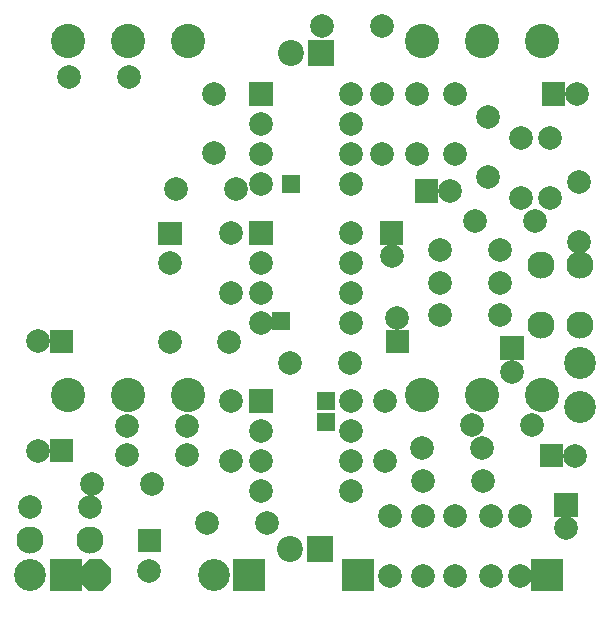
<source format=gbs>
%FSLAX34Y34*%
%MOMM*%
%LNSOLDERMASK_BOTTOM*%
G71*
G01*
%ADD10C, 2.900*%
%ADD11C, 2.200*%
%ADD12C, 2.000*%
%ADD13C, 2.700*%
%ADD14C, 2.300*%
%ADD15R, 1.600X1.600*%
%LPD*%
X451000Y470000D02*
G54D10*
D03*
X400200Y470000D02*
G54D10*
D03*
X349400Y470000D02*
G54D10*
D03*
X150962Y470000D02*
G54D10*
D03*
X100162Y470000D02*
G54D10*
D03*
X49362Y470000D02*
G54D10*
D03*
X451000Y169962D02*
G54D10*
D03*
X400200Y169963D02*
G54D10*
D03*
X349400Y169962D02*
G54D10*
D03*
X150962Y169962D02*
G54D10*
D03*
X100162Y169963D02*
G54D10*
D03*
X49362Y169962D02*
G54D10*
D03*
X237281Y40050D02*
G54D11*
D03*
G36*
X273681Y29050D02*
X251681Y29050D01*
X251681Y51050D01*
X273681Y51050D01*
X273681Y29050D01*
G37*
X237778Y460000D02*
G54D11*
D03*
G36*
X274178Y449000D02*
X252178Y449000D01*
X252178Y471000D01*
X274178Y471000D01*
X274178Y449000D01*
G37*
G36*
X202500Y175000D02*
X222500Y175000D01*
X222500Y155000D01*
X202500Y155000D01*
X202500Y175000D01*
G37*
X212500Y139600D02*
G54D12*
D03*
X212500Y114200D02*
G54D12*
D03*
X212500Y88800D02*
G54D12*
D03*
X288700Y165000D02*
G54D12*
D03*
X288700Y139600D02*
G54D12*
D03*
X288700Y114200D02*
G54D12*
D03*
X288700Y88800D02*
G54D12*
D03*
X187638Y114400D02*
G54D12*
D03*
X187638Y165200D02*
G54D12*
D03*
G36*
X202500Y317500D02*
X222500Y317500D01*
X222500Y297500D01*
X202500Y297500D01*
X202500Y317500D01*
G37*
X212500Y282100D02*
G54D12*
D03*
X212500Y256700D02*
G54D12*
D03*
X212500Y231300D02*
G54D12*
D03*
X288700Y307500D02*
G54D12*
D03*
X288700Y282100D02*
G54D12*
D03*
X288700Y256700D02*
G54D12*
D03*
X288700Y231300D02*
G54D12*
D03*
G36*
X202500Y435000D02*
X222500Y435000D01*
X222500Y415000D01*
X202500Y415000D01*
X202500Y435000D01*
G37*
X212500Y399600D02*
G54D12*
D03*
X212500Y374200D02*
G54D12*
D03*
X212500Y348800D02*
G54D12*
D03*
X288700Y425000D02*
G54D12*
D03*
X288700Y399600D02*
G54D12*
D03*
X288700Y374200D02*
G54D12*
D03*
X288700Y348800D02*
G54D12*
D03*
X17500Y17500D02*
G54D13*
D03*
G36*
X34000Y31000D02*
X61000Y31000D01*
X61000Y4000D01*
X34000Y4000D01*
X34000Y31000D01*
G37*
X68300Y47500D02*
G54D14*
D03*
X17500Y47500D02*
G54D14*
D03*
X172500Y17500D02*
G54D13*
D03*
G36*
X189000Y31000D02*
X216000Y31000D01*
X216000Y4000D01*
X189000Y4000D01*
X189000Y31000D01*
G37*
X217842Y61518D02*
G54D12*
D03*
X167042Y61518D02*
G54D12*
D03*
X150342Y144018D02*
G54D12*
D03*
X99542Y144018D02*
G54D12*
D03*
X150342Y119018D02*
G54D12*
D03*
X99542Y119018D02*
G54D12*
D03*
X237237Y197300D02*
G54D12*
D03*
X288038Y197300D02*
G54D12*
D03*
X349738Y97300D02*
G54D12*
D03*
X400538Y97300D02*
G54D12*
D03*
X118150Y21488D02*
G54D12*
D03*
G36*
X108150Y36888D02*
X108150Y56888D01*
X128150Y56888D01*
X128150Y36888D01*
X108150Y36888D01*
G37*
G36*
X281500Y31000D02*
X308500Y31000D01*
X308500Y4000D01*
X281500Y4000D01*
X281500Y31000D01*
G37*
X317638Y114400D02*
G54D12*
D03*
X317638Y165200D02*
G54D12*
D03*
X67500Y75000D02*
G54D12*
D03*
X16700Y75000D02*
G54D12*
D03*
X120000Y95000D02*
G54D12*
D03*
X69200Y95000D02*
G54D12*
D03*
X349670Y17180D02*
G54D12*
D03*
X349670Y67980D02*
G54D12*
D03*
X322170Y17180D02*
G54D12*
D03*
X322170Y67980D02*
G54D12*
D03*
X377170Y17180D02*
G54D12*
D03*
X377170Y67980D02*
G54D12*
D03*
X400000Y125000D02*
G54D12*
D03*
X349200Y125000D02*
G54D12*
D03*
G36*
X441500Y31000D02*
X468500Y31000D01*
X468500Y4000D01*
X441500Y4000D01*
X441500Y31000D01*
G37*
X407170Y17180D02*
G54D12*
D03*
X407170Y67980D02*
G54D12*
D03*
X432170Y17180D02*
G54D12*
D03*
X432170Y67980D02*
G54D12*
D03*
X135650Y281488D02*
G54D12*
D03*
G36*
X125650Y296888D02*
X125650Y316888D01*
X145650Y316888D01*
X145650Y296888D01*
X125650Y296888D01*
G37*
X187638Y307701D02*
G54D12*
D03*
X187638Y256901D02*
G54D12*
D03*
X185400Y214638D02*
G54D12*
D03*
X135400Y214638D02*
G54D12*
D03*
X482500Y280000D02*
G54D14*
D03*
X482500Y229200D02*
G54D14*
D03*
X478595Y118842D02*
G54D12*
D03*
G36*
X468595Y108842D02*
X448595Y108842D01*
X448595Y128842D01*
X468595Y128842D01*
X468595Y108842D01*
G37*
X470726Y57137D02*
G54D12*
D03*
G36*
X460726Y67137D02*
X460726Y87137D01*
X480726Y87137D01*
X480726Y67137D01*
X460726Y67137D01*
G37*
X23912Y215574D02*
G54D12*
D03*
G36*
X33912Y225574D02*
X53912Y225574D01*
X53912Y205574D01*
X33912Y205574D01*
X33912Y225574D01*
G37*
X23912Y123075D02*
G54D12*
D03*
G36*
X33912Y133074D02*
X53912Y133074D01*
X53912Y113074D01*
X33912Y113074D01*
X33912Y133074D01*
G37*
X328170Y235387D02*
G54D12*
D03*
G36*
X338170Y225387D02*
X338170Y205387D01*
X318170Y205387D01*
X318170Y225387D01*
X338170Y225387D01*
G37*
X315138Y425201D02*
G54D12*
D03*
X315138Y374401D02*
G54D12*
D03*
X323225Y287464D02*
G54D12*
D03*
G36*
X313225Y297464D02*
X313225Y317464D01*
X333225Y317464D01*
X333225Y297464D01*
X313225Y297464D01*
G37*
X404680Y405331D02*
G54D12*
D03*
X404680Y354531D02*
G54D12*
D03*
X450000Y280000D02*
G54D14*
D03*
X450000Y229200D02*
G54D14*
D03*
X432500Y387325D02*
G54D12*
D03*
X432500Y336525D02*
G54D12*
D03*
X457500Y336875D02*
G54D12*
D03*
X457500Y387675D02*
G54D12*
D03*
X344680Y425331D02*
G54D12*
D03*
X344680Y374531D02*
G54D12*
D03*
X315000Y482500D02*
G54D12*
D03*
X264200Y482500D02*
G54D12*
D03*
X372683Y342738D02*
G54D12*
D03*
G36*
X362683Y332738D02*
X342683Y332738D01*
X342683Y352738D01*
X362683Y352738D01*
X362683Y332738D01*
G37*
X415000Y265000D02*
G54D12*
D03*
X364200Y265000D02*
G54D12*
D03*
X415000Y237500D02*
G54D12*
D03*
X364200Y237500D02*
G54D12*
D03*
X415000Y292500D02*
G54D12*
D03*
X364200Y292500D02*
G54D12*
D03*
X445000Y317500D02*
G54D12*
D03*
X394200Y317500D02*
G54D12*
D03*
X482170Y299680D02*
G54D12*
D03*
X482170Y350480D02*
G54D12*
D03*
X480183Y425238D02*
G54D12*
D03*
G36*
X470183Y415238D02*
X450183Y415238D01*
X450183Y435238D01*
X470183Y435238D01*
X470183Y415238D01*
G37*
X172900Y374638D02*
G54D12*
D03*
X172900Y424637D02*
G54D12*
D03*
X377180Y425331D02*
G54D12*
D03*
X377180Y374531D02*
G54D12*
D03*
X191200Y344638D02*
G54D12*
D03*
X140400Y344638D02*
G54D12*
D03*
X101200Y439637D02*
G54D12*
D03*
X50400Y439637D02*
G54D12*
D03*
X425215Y189950D02*
G54D12*
D03*
G36*
X415215Y199950D02*
X415215Y219950D01*
X435215Y219950D01*
X435215Y199950D01*
X415215Y199950D01*
G37*
X442500Y145000D02*
G54D12*
D03*
X391700Y145000D02*
G54D12*
D03*
X482500Y197500D02*
G54D13*
D03*
X482500Y160000D02*
G54D13*
D03*
G36*
X59000Y23103D02*
X66897Y31000D01*
X78103Y31000D01*
X86000Y23103D01*
X86000Y11897D01*
X78103Y4000D01*
X66897Y4000D01*
X59000Y11897D01*
X59000Y23103D01*
G37*
X267500Y165000D02*
G54D15*
D03*
X230000Y232500D02*
G54D15*
D03*
X237900Y348800D02*
G54D15*
D03*
X267500Y147500D02*
G54D15*
D03*
M02*

</source>
